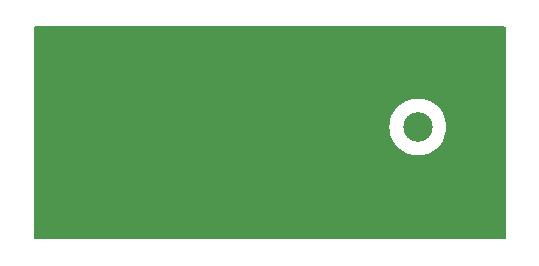
<source format=gbr>
%TF.GenerationSoftware,KiCad,Pcbnew,8.0.3*%
%TF.CreationDate,2024-07-19T13:19:08+02:00*%
%TF.ProjectId,Konwerter_impendancji.kicad_3_pcb,4b6f6e77-6572-4746-9572-5f696d70656e,rev?*%
%TF.SameCoordinates,Original*%
%TF.FileFunction,Copper,L2,Bot*%
%TF.FilePolarity,Positive*%
%FSLAX46Y46*%
G04 Gerber Fmt 4.6, Leading zero omitted, Abs format (unit mm)*
G04 Created by KiCad (PCBNEW 8.0.3) date 2024-07-19 13:19:08*
%MOMM*%
%LPD*%
G01*
G04 APERTURE LIST*
%TA.AperFunction,SMDPad,CuDef*%
%ADD10R,5.080000X2.420000*%
%TD*%
%TA.AperFunction,SMDPad,CuDef*%
%ADD11R,0.950000X0.460000*%
%TD*%
%TA.AperFunction,ComponentPad*%
%ADD12C,0.970000*%
%TD*%
%TA.AperFunction,ComponentPad*%
%ADD13C,2.500000*%
%TD*%
%TA.AperFunction,ComponentPad*%
%ADD14C,3.500000*%
%TD*%
G04 APERTURE END LIST*
D10*
%TO.P,J1,2,Ext*%
%TO.N,GND*%
X107160000Y-100437500D03*
X107160000Y-109197500D03*
D11*
X110150000Y-100437500D03*
X110150000Y-109197500D03*
D12*
X110600000Y-100437500D03*
X110600000Y-109197500D03*
%TD*%
D13*
%TO.P,J2,1*%
%TO.N,Net-(C2-Pad1)*%
X134480000Y-104777500D03*
D14*
%TO.P,J2,2*%
%TO.N,GND*%
X130480000Y-100677500D03*
X130480000Y-108877500D03*
X138380000Y-100777500D03*
X138380000Y-108877500D03*
%TD*%
%TA.AperFunction,Conductor*%
%TO.N,GND*%
G36*
X141883039Y-96289685D02*
G01*
X141928794Y-96342489D01*
X141940000Y-96394000D01*
X141940000Y-114146000D01*
X141920315Y-114213039D01*
X141867511Y-114258794D01*
X141816000Y-114270000D01*
X122498910Y-114270000D01*
X122484484Y-104777494D01*
X132074754Y-104777494D01*
X132074754Y-104777505D01*
X132093718Y-105078946D01*
X132093719Y-105078953D01*
X132150320Y-105375664D01*
X132243659Y-105662931D01*
X132243661Y-105662936D01*
X132372265Y-105936232D01*
X132372268Y-105936238D01*
X132534111Y-106191263D01*
X132726652Y-106424005D01*
X132946836Y-106630772D01*
X132946846Y-106630780D01*
X133191193Y-106808308D01*
X133191198Y-106808310D01*
X133191205Y-106808316D01*
X133455896Y-106953832D01*
X133455901Y-106953834D01*
X133455903Y-106953835D01*
X133455904Y-106953836D01*
X133736734Y-107065024D01*
X133736737Y-107065025D01*
X133834259Y-107090064D01*
X134029302Y-107140142D01*
X134176039Y-107158679D01*
X134328963Y-107177999D01*
X134328969Y-107177999D01*
X134328973Y-107178000D01*
X134328975Y-107178000D01*
X134631025Y-107178000D01*
X134631027Y-107178000D01*
X134631032Y-107177999D01*
X134631036Y-107177999D01*
X134710591Y-107167948D01*
X134930698Y-107140142D01*
X135223262Y-107065025D01*
X135223265Y-107065024D01*
X135504095Y-106953836D01*
X135504096Y-106953835D01*
X135504094Y-106953835D01*
X135504104Y-106953832D01*
X135768795Y-106808316D01*
X136013162Y-106630774D01*
X136233349Y-106424004D01*
X136425885Y-106191268D01*
X136587733Y-105936236D01*
X136716341Y-105662930D01*
X136809681Y-105375660D01*
X136866280Y-105078957D01*
X136885246Y-104777500D01*
X136866280Y-104476043D01*
X136809681Y-104179340D01*
X136716341Y-103892070D01*
X136587733Y-103618764D01*
X136425885Y-103363732D01*
X136233349Y-103130996D01*
X136013162Y-102924226D01*
X136013159Y-102924224D01*
X136013153Y-102924219D01*
X135768806Y-102746691D01*
X135768799Y-102746686D01*
X135768795Y-102746684D01*
X135504104Y-102601168D01*
X135504101Y-102601166D01*
X135504096Y-102601164D01*
X135504095Y-102601163D01*
X135223265Y-102489975D01*
X135223262Y-102489974D01*
X134930695Y-102414857D01*
X134631036Y-102377000D01*
X134631027Y-102377000D01*
X134328973Y-102377000D01*
X134328963Y-102377000D01*
X134029304Y-102414857D01*
X133736737Y-102489974D01*
X133736734Y-102489975D01*
X133455904Y-102601163D01*
X133455903Y-102601164D01*
X133191205Y-102746684D01*
X133191193Y-102746691D01*
X132946846Y-102924219D01*
X132946836Y-102924227D01*
X132726652Y-103130994D01*
X132534111Y-103363736D01*
X132372268Y-103618761D01*
X132372265Y-103618767D01*
X132243661Y-103892063D01*
X132243659Y-103892068D01*
X132150320Y-104179335D01*
X132093719Y-104476046D01*
X132093718Y-104476053D01*
X132074754Y-104777494D01*
X122484484Y-104777494D01*
X122471554Y-96270000D01*
X141816000Y-96270000D01*
X141883039Y-96289685D01*
G37*
%TD.AperFunction*%
%TD*%
%TA.AperFunction,Conductor*%
%TO.N,GND*%
G36*
X122498910Y-114270000D02*
G01*
X102064000Y-114270000D01*
X101996961Y-114250315D01*
X101951206Y-114197511D01*
X101940000Y-114146000D01*
X101940000Y-96394000D01*
X101959685Y-96326961D01*
X102012489Y-96281206D01*
X102064000Y-96270000D01*
X122471554Y-96270000D01*
X122498910Y-114270000D01*
G37*
%TD.AperFunction*%
%TD*%
M02*

</source>
